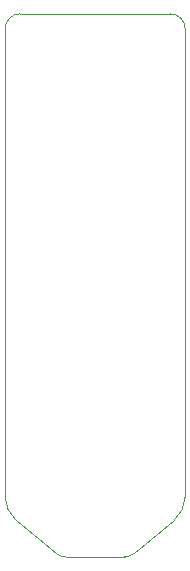
<source format=gm1>
G04 #@! TF.GenerationSoftware,KiCad,Pcbnew,7.0.6*
G04 #@! TF.CreationDate,2023-09-07T09:30:42-03:00*
G04 #@! TF.ProjectId,Lift Switch,4c696674-2053-4776-9974-63682e6b6963,rev?*
G04 #@! TF.SameCoordinates,Original*
G04 #@! TF.FileFunction,Profile,NP*
%FSLAX46Y46*%
G04 Gerber Fmt 4.6, Leading zero omitted, Abs format (unit mm)*
G04 Created by KiCad (PCBNEW 7.0.6) date 2023-09-07 09:30:42*
%MOMM*%
%LPD*%
G01*
G04 APERTURE LIST*
G04 #@! TA.AperFunction,Profile*
%ADD10C,0.100000*%
G04 #@! TD*
G04 APERTURE END LIST*
D10*
X127000000Y-77470000D02*
X127000000Y-117094000D01*
X128270000Y-76200000D02*
G75*
G03*
X127000000Y-77470000I0J-1270000D01*
G01*
X142240000Y-77470000D02*
G75*
G03*
X140970000Y-76200000I-1270000J0D01*
G01*
X140970000Y-76200000D02*
X128270000Y-76200000D01*
X132120000Y-122174000D02*
X137120000Y-122174000D01*
X127000005Y-117094000D02*
G75*
G03*
X127911617Y-119043351I2545995J2800D01*
G01*
X131305809Y-121878675D02*
X127911617Y-119043351D01*
X142240000Y-117094000D02*
X142240000Y-77470000D01*
X137120000Y-122173993D02*
G75*
G03*
X137934191Y-121878675I300J1269193D01*
G01*
X131305805Y-121878680D02*
G75*
G03*
X132120000Y-122174000I813895J973880D01*
G01*
X141328385Y-119043354D02*
G75*
G03*
X142239999Y-117094000I-1634385J1952154D01*
G01*
X141328383Y-119043351D02*
X137934191Y-121878675D01*
M02*

</source>
